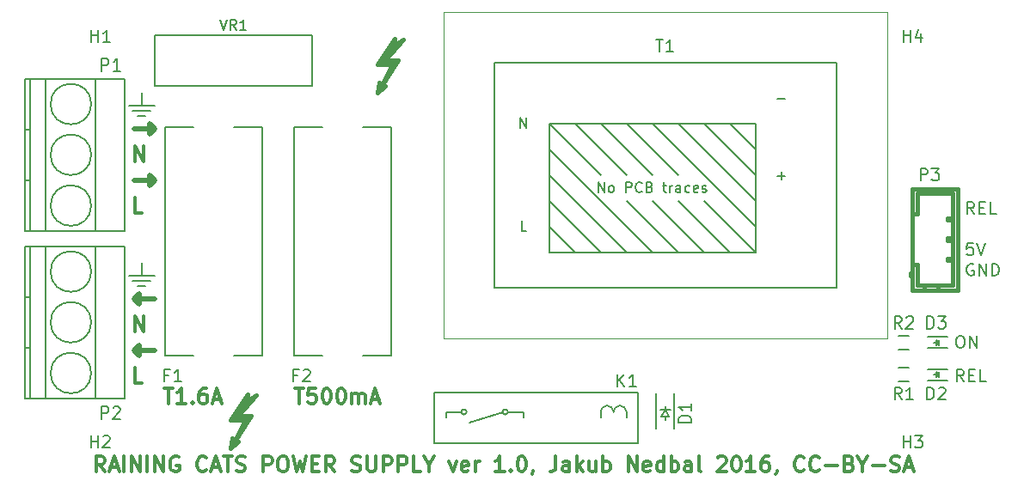
<source format=gto>
G04 #@! TF.FileFunction,Legend,Top*
%FSLAX46Y46*%
G04 Gerber Fmt 4.6, Leading zero omitted, Abs format (unit mm)*
G04 Created by KiCad (PCBNEW (2015-12-10 BZR 6367)-product) date Sun 25 Sep 2016 00:52:49 BST*
%MOMM*%
G01*
G04 APERTURE LIST*
%ADD10C,0.100000*%
%ADD11C,0.300000*%
%ADD12C,0.200000*%
%ADD13C,0.500000*%
%ADD14C,0.381000*%
%ADD15C,0.150000*%
%ADD16C,0.110000*%
G04 APERTURE END LIST*
D10*
D11*
X50213573Y-87673571D02*
X49713573Y-86959286D01*
X49356430Y-87673571D02*
X49356430Y-86173571D01*
X49927858Y-86173571D01*
X50070716Y-86245000D01*
X50142144Y-86316429D01*
X50213573Y-86459286D01*
X50213573Y-86673571D01*
X50142144Y-86816429D01*
X50070716Y-86887857D01*
X49927858Y-86959286D01*
X49356430Y-86959286D01*
X50785001Y-87245000D02*
X51499287Y-87245000D01*
X50642144Y-87673571D02*
X51142144Y-86173571D01*
X51642144Y-87673571D01*
X52142144Y-87673571D02*
X52142144Y-86173571D01*
X52856430Y-87673571D02*
X52856430Y-86173571D01*
X53713573Y-87673571D01*
X53713573Y-86173571D01*
X54427859Y-87673571D02*
X54427859Y-86173571D01*
X55142145Y-87673571D02*
X55142145Y-86173571D01*
X55999288Y-87673571D01*
X55999288Y-86173571D01*
X57499288Y-86245000D02*
X57356431Y-86173571D01*
X57142145Y-86173571D01*
X56927860Y-86245000D01*
X56785002Y-86387857D01*
X56713574Y-86530714D01*
X56642145Y-86816429D01*
X56642145Y-87030714D01*
X56713574Y-87316429D01*
X56785002Y-87459286D01*
X56927860Y-87602143D01*
X57142145Y-87673571D01*
X57285002Y-87673571D01*
X57499288Y-87602143D01*
X57570717Y-87530714D01*
X57570717Y-87030714D01*
X57285002Y-87030714D01*
X60213574Y-87530714D02*
X60142145Y-87602143D01*
X59927859Y-87673571D01*
X59785002Y-87673571D01*
X59570717Y-87602143D01*
X59427859Y-87459286D01*
X59356431Y-87316429D01*
X59285002Y-87030714D01*
X59285002Y-86816429D01*
X59356431Y-86530714D01*
X59427859Y-86387857D01*
X59570717Y-86245000D01*
X59785002Y-86173571D01*
X59927859Y-86173571D01*
X60142145Y-86245000D01*
X60213574Y-86316429D01*
X60785002Y-87245000D02*
X61499288Y-87245000D01*
X60642145Y-87673571D02*
X61142145Y-86173571D01*
X61642145Y-87673571D01*
X61927859Y-86173571D02*
X62785002Y-86173571D01*
X62356431Y-87673571D02*
X62356431Y-86173571D01*
X63213573Y-87602143D02*
X63427859Y-87673571D01*
X63785002Y-87673571D01*
X63927859Y-87602143D01*
X63999288Y-87530714D01*
X64070716Y-87387857D01*
X64070716Y-87245000D01*
X63999288Y-87102143D01*
X63927859Y-87030714D01*
X63785002Y-86959286D01*
X63499288Y-86887857D01*
X63356430Y-86816429D01*
X63285002Y-86745000D01*
X63213573Y-86602143D01*
X63213573Y-86459286D01*
X63285002Y-86316429D01*
X63356430Y-86245000D01*
X63499288Y-86173571D01*
X63856430Y-86173571D01*
X64070716Y-86245000D01*
X65856430Y-87673571D02*
X65856430Y-86173571D01*
X66427858Y-86173571D01*
X66570716Y-86245000D01*
X66642144Y-86316429D01*
X66713573Y-86459286D01*
X66713573Y-86673571D01*
X66642144Y-86816429D01*
X66570716Y-86887857D01*
X66427858Y-86959286D01*
X65856430Y-86959286D01*
X67642144Y-86173571D02*
X67927858Y-86173571D01*
X68070716Y-86245000D01*
X68213573Y-86387857D01*
X68285001Y-86673571D01*
X68285001Y-87173571D01*
X68213573Y-87459286D01*
X68070716Y-87602143D01*
X67927858Y-87673571D01*
X67642144Y-87673571D01*
X67499287Y-87602143D01*
X67356430Y-87459286D01*
X67285001Y-87173571D01*
X67285001Y-86673571D01*
X67356430Y-86387857D01*
X67499287Y-86245000D01*
X67642144Y-86173571D01*
X68785002Y-86173571D02*
X69142145Y-87673571D01*
X69427859Y-86602143D01*
X69713573Y-87673571D01*
X70070716Y-86173571D01*
X70642145Y-86887857D02*
X71142145Y-86887857D01*
X71356431Y-87673571D02*
X70642145Y-87673571D01*
X70642145Y-86173571D01*
X71356431Y-86173571D01*
X72856431Y-87673571D02*
X72356431Y-86959286D01*
X71999288Y-87673571D02*
X71999288Y-86173571D01*
X72570716Y-86173571D01*
X72713574Y-86245000D01*
X72785002Y-86316429D01*
X72856431Y-86459286D01*
X72856431Y-86673571D01*
X72785002Y-86816429D01*
X72713574Y-86887857D01*
X72570716Y-86959286D01*
X71999288Y-86959286D01*
X74570716Y-87602143D02*
X74785002Y-87673571D01*
X75142145Y-87673571D01*
X75285002Y-87602143D01*
X75356431Y-87530714D01*
X75427859Y-87387857D01*
X75427859Y-87245000D01*
X75356431Y-87102143D01*
X75285002Y-87030714D01*
X75142145Y-86959286D01*
X74856431Y-86887857D01*
X74713573Y-86816429D01*
X74642145Y-86745000D01*
X74570716Y-86602143D01*
X74570716Y-86459286D01*
X74642145Y-86316429D01*
X74713573Y-86245000D01*
X74856431Y-86173571D01*
X75213573Y-86173571D01*
X75427859Y-86245000D01*
X76070716Y-86173571D02*
X76070716Y-87387857D01*
X76142144Y-87530714D01*
X76213573Y-87602143D01*
X76356430Y-87673571D01*
X76642144Y-87673571D01*
X76785002Y-87602143D01*
X76856430Y-87530714D01*
X76927859Y-87387857D01*
X76927859Y-86173571D01*
X77642145Y-87673571D02*
X77642145Y-86173571D01*
X78213573Y-86173571D01*
X78356431Y-86245000D01*
X78427859Y-86316429D01*
X78499288Y-86459286D01*
X78499288Y-86673571D01*
X78427859Y-86816429D01*
X78356431Y-86887857D01*
X78213573Y-86959286D01*
X77642145Y-86959286D01*
X79142145Y-87673571D02*
X79142145Y-86173571D01*
X79713573Y-86173571D01*
X79856431Y-86245000D01*
X79927859Y-86316429D01*
X79999288Y-86459286D01*
X79999288Y-86673571D01*
X79927859Y-86816429D01*
X79856431Y-86887857D01*
X79713573Y-86959286D01*
X79142145Y-86959286D01*
X81356431Y-87673571D02*
X80642145Y-87673571D01*
X80642145Y-86173571D01*
X82142145Y-86959286D02*
X82142145Y-87673571D01*
X81642145Y-86173571D02*
X82142145Y-86959286D01*
X82642145Y-86173571D01*
X84142145Y-86673571D02*
X84499288Y-87673571D01*
X84856430Y-86673571D01*
X85999287Y-87602143D02*
X85856430Y-87673571D01*
X85570716Y-87673571D01*
X85427859Y-87602143D01*
X85356430Y-87459286D01*
X85356430Y-86887857D01*
X85427859Y-86745000D01*
X85570716Y-86673571D01*
X85856430Y-86673571D01*
X85999287Y-86745000D01*
X86070716Y-86887857D01*
X86070716Y-87030714D01*
X85356430Y-87173571D01*
X86713573Y-87673571D02*
X86713573Y-86673571D01*
X86713573Y-86959286D02*
X86785001Y-86816429D01*
X86856430Y-86745000D01*
X86999287Y-86673571D01*
X87142144Y-86673571D01*
X89570715Y-87673571D02*
X88713572Y-87673571D01*
X89142144Y-87673571D02*
X89142144Y-86173571D01*
X88999287Y-86387857D01*
X88856429Y-86530714D01*
X88713572Y-86602143D01*
X90213572Y-87530714D02*
X90285000Y-87602143D01*
X90213572Y-87673571D01*
X90142143Y-87602143D01*
X90213572Y-87530714D01*
X90213572Y-87673571D01*
X91213572Y-86173571D02*
X91356429Y-86173571D01*
X91499286Y-86245000D01*
X91570715Y-86316429D01*
X91642144Y-86459286D01*
X91713572Y-86745000D01*
X91713572Y-87102143D01*
X91642144Y-87387857D01*
X91570715Y-87530714D01*
X91499286Y-87602143D01*
X91356429Y-87673571D01*
X91213572Y-87673571D01*
X91070715Y-87602143D01*
X90999286Y-87530714D01*
X90927858Y-87387857D01*
X90856429Y-87102143D01*
X90856429Y-86745000D01*
X90927858Y-86459286D01*
X90999286Y-86316429D01*
X91070715Y-86245000D01*
X91213572Y-86173571D01*
X92427857Y-87602143D02*
X92427857Y-87673571D01*
X92356429Y-87816429D01*
X92285000Y-87887857D01*
X94642143Y-86173571D02*
X94642143Y-87245000D01*
X94570715Y-87459286D01*
X94427858Y-87602143D01*
X94213572Y-87673571D01*
X94070715Y-87673571D01*
X95999286Y-87673571D02*
X95999286Y-86887857D01*
X95927857Y-86745000D01*
X95785000Y-86673571D01*
X95499286Y-86673571D01*
X95356429Y-86745000D01*
X95999286Y-87602143D02*
X95856429Y-87673571D01*
X95499286Y-87673571D01*
X95356429Y-87602143D01*
X95285000Y-87459286D01*
X95285000Y-87316429D01*
X95356429Y-87173571D01*
X95499286Y-87102143D01*
X95856429Y-87102143D01*
X95999286Y-87030714D01*
X96713572Y-87673571D02*
X96713572Y-86173571D01*
X96856429Y-87102143D02*
X97285000Y-87673571D01*
X97285000Y-86673571D02*
X96713572Y-87245000D01*
X98570715Y-86673571D02*
X98570715Y-87673571D01*
X97927858Y-86673571D02*
X97927858Y-87459286D01*
X97999286Y-87602143D01*
X98142144Y-87673571D01*
X98356429Y-87673571D01*
X98499286Y-87602143D01*
X98570715Y-87530714D01*
X99285001Y-87673571D02*
X99285001Y-86173571D01*
X99285001Y-86745000D02*
X99427858Y-86673571D01*
X99713572Y-86673571D01*
X99856429Y-86745000D01*
X99927858Y-86816429D01*
X99999287Y-86959286D01*
X99999287Y-87387857D01*
X99927858Y-87530714D01*
X99856429Y-87602143D01*
X99713572Y-87673571D01*
X99427858Y-87673571D01*
X99285001Y-87602143D01*
X101785001Y-87673571D02*
X101785001Y-86173571D01*
X102642144Y-87673571D01*
X102642144Y-86173571D01*
X103927858Y-87602143D02*
X103785001Y-87673571D01*
X103499287Y-87673571D01*
X103356430Y-87602143D01*
X103285001Y-87459286D01*
X103285001Y-86887857D01*
X103356430Y-86745000D01*
X103499287Y-86673571D01*
X103785001Y-86673571D01*
X103927858Y-86745000D01*
X103999287Y-86887857D01*
X103999287Y-87030714D01*
X103285001Y-87173571D01*
X105285001Y-87673571D02*
X105285001Y-86173571D01*
X105285001Y-87602143D02*
X105142144Y-87673571D01*
X104856430Y-87673571D01*
X104713572Y-87602143D01*
X104642144Y-87530714D01*
X104570715Y-87387857D01*
X104570715Y-86959286D01*
X104642144Y-86816429D01*
X104713572Y-86745000D01*
X104856430Y-86673571D01*
X105142144Y-86673571D01*
X105285001Y-86745000D01*
X105999287Y-87673571D02*
X105999287Y-86173571D01*
X105999287Y-86745000D02*
X106142144Y-86673571D01*
X106427858Y-86673571D01*
X106570715Y-86745000D01*
X106642144Y-86816429D01*
X106713573Y-86959286D01*
X106713573Y-87387857D01*
X106642144Y-87530714D01*
X106570715Y-87602143D01*
X106427858Y-87673571D01*
X106142144Y-87673571D01*
X105999287Y-87602143D01*
X107999287Y-87673571D02*
X107999287Y-86887857D01*
X107927858Y-86745000D01*
X107785001Y-86673571D01*
X107499287Y-86673571D01*
X107356430Y-86745000D01*
X107999287Y-87602143D02*
X107856430Y-87673571D01*
X107499287Y-87673571D01*
X107356430Y-87602143D01*
X107285001Y-87459286D01*
X107285001Y-87316429D01*
X107356430Y-87173571D01*
X107499287Y-87102143D01*
X107856430Y-87102143D01*
X107999287Y-87030714D01*
X108927859Y-87673571D02*
X108785001Y-87602143D01*
X108713573Y-87459286D01*
X108713573Y-86173571D01*
X110570715Y-86316429D02*
X110642144Y-86245000D01*
X110785001Y-86173571D01*
X111142144Y-86173571D01*
X111285001Y-86245000D01*
X111356430Y-86316429D01*
X111427858Y-86459286D01*
X111427858Y-86602143D01*
X111356430Y-86816429D01*
X110499287Y-87673571D01*
X111427858Y-87673571D01*
X112356429Y-86173571D02*
X112499286Y-86173571D01*
X112642143Y-86245000D01*
X112713572Y-86316429D01*
X112785001Y-86459286D01*
X112856429Y-86745000D01*
X112856429Y-87102143D01*
X112785001Y-87387857D01*
X112713572Y-87530714D01*
X112642143Y-87602143D01*
X112499286Y-87673571D01*
X112356429Y-87673571D01*
X112213572Y-87602143D01*
X112142143Y-87530714D01*
X112070715Y-87387857D01*
X111999286Y-87102143D01*
X111999286Y-86745000D01*
X112070715Y-86459286D01*
X112142143Y-86316429D01*
X112213572Y-86245000D01*
X112356429Y-86173571D01*
X114285000Y-87673571D02*
X113427857Y-87673571D01*
X113856429Y-87673571D02*
X113856429Y-86173571D01*
X113713572Y-86387857D01*
X113570714Y-86530714D01*
X113427857Y-86602143D01*
X115570714Y-86173571D02*
X115285000Y-86173571D01*
X115142143Y-86245000D01*
X115070714Y-86316429D01*
X114927857Y-86530714D01*
X114856428Y-86816429D01*
X114856428Y-87387857D01*
X114927857Y-87530714D01*
X114999285Y-87602143D01*
X115142143Y-87673571D01*
X115427857Y-87673571D01*
X115570714Y-87602143D01*
X115642143Y-87530714D01*
X115713571Y-87387857D01*
X115713571Y-87030714D01*
X115642143Y-86887857D01*
X115570714Y-86816429D01*
X115427857Y-86745000D01*
X115142143Y-86745000D01*
X114999285Y-86816429D01*
X114927857Y-86887857D01*
X114856428Y-87030714D01*
X116427856Y-87602143D02*
X116427856Y-87673571D01*
X116356428Y-87816429D01*
X116284999Y-87887857D01*
X119070714Y-87530714D02*
X118999285Y-87602143D01*
X118784999Y-87673571D01*
X118642142Y-87673571D01*
X118427857Y-87602143D01*
X118284999Y-87459286D01*
X118213571Y-87316429D01*
X118142142Y-87030714D01*
X118142142Y-86816429D01*
X118213571Y-86530714D01*
X118284999Y-86387857D01*
X118427857Y-86245000D01*
X118642142Y-86173571D01*
X118784999Y-86173571D01*
X118999285Y-86245000D01*
X119070714Y-86316429D01*
X120570714Y-87530714D02*
X120499285Y-87602143D01*
X120284999Y-87673571D01*
X120142142Y-87673571D01*
X119927857Y-87602143D01*
X119784999Y-87459286D01*
X119713571Y-87316429D01*
X119642142Y-87030714D01*
X119642142Y-86816429D01*
X119713571Y-86530714D01*
X119784999Y-86387857D01*
X119927857Y-86245000D01*
X120142142Y-86173571D01*
X120284999Y-86173571D01*
X120499285Y-86245000D01*
X120570714Y-86316429D01*
X121213571Y-87102143D02*
X122356428Y-87102143D01*
X123570714Y-86887857D02*
X123785000Y-86959286D01*
X123856428Y-87030714D01*
X123927857Y-87173571D01*
X123927857Y-87387857D01*
X123856428Y-87530714D01*
X123785000Y-87602143D01*
X123642142Y-87673571D01*
X123070714Y-87673571D01*
X123070714Y-86173571D01*
X123570714Y-86173571D01*
X123713571Y-86245000D01*
X123785000Y-86316429D01*
X123856428Y-86459286D01*
X123856428Y-86602143D01*
X123785000Y-86745000D01*
X123713571Y-86816429D01*
X123570714Y-86887857D01*
X123070714Y-86887857D01*
X124856428Y-86959286D02*
X124856428Y-87673571D01*
X124356428Y-86173571D02*
X124856428Y-86959286D01*
X125356428Y-86173571D01*
X125856428Y-87102143D02*
X126999285Y-87102143D01*
X127642142Y-87602143D02*
X127856428Y-87673571D01*
X128213571Y-87673571D01*
X128356428Y-87602143D01*
X128427857Y-87530714D01*
X128499285Y-87387857D01*
X128499285Y-87245000D01*
X128427857Y-87102143D01*
X128356428Y-87030714D01*
X128213571Y-86959286D01*
X127927857Y-86887857D01*
X127784999Y-86816429D01*
X127713571Y-86745000D01*
X127642142Y-86602143D01*
X127642142Y-86459286D01*
X127713571Y-86316429D01*
X127784999Y-86245000D01*
X127927857Y-86173571D01*
X128284999Y-86173571D01*
X128499285Y-86245000D01*
X129070713Y-87245000D02*
X129784999Y-87245000D01*
X128927856Y-87673571D02*
X129427856Y-86173571D01*
X129927856Y-87673571D01*
X56070858Y-79442571D02*
X56928001Y-79442571D01*
X56499430Y-80942571D02*
X56499430Y-79442571D01*
X58213715Y-80942571D02*
X57356572Y-80942571D01*
X57785144Y-80942571D02*
X57785144Y-79442571D01*
X57642287Y-79656857D01*
X57499429Y-79799714D01*
X57356572Y-79871143D01*
X58856572Y-80799714D02*
X58928000Y-80871143D01*
X58856572Y-80942571D01*
X58785143Y-80871143D01*
X58856572Y-80799714D01*
X58856572Y-80942571D01*
X60213715Y-79442571D02*
X59928001Y-79442571D01*
X59785144Y-79514000D01*
X59713715Y-79585429D01*
X59570858Y-79799714D01*
X59499429Y-80085429D01*
X59499429Y-80656857D01*
X59570858Y-80799714D01*
X59642286Y-80871143D01*
X59785144Y-80942571D01*
X60070858Y-80942571D01*
X60213715Y-80871143D01*
X60285144Y-80799714D01*
X60356572Y-80656857D01*
X60356572Y-80299714D01*
X60285144Y-80156857D01*
X60213715Y-80085429D01*
X60070858Y-80014000D01*
X59785144Y-80014000D01*
X59642286Y-80085429D01*
X59570858Y-80156857D01*
X59499429Y-80299714D01*
X60928000Y-80514000D02*
X61642286Y-80514000D01*
X60785143Y-80942571D02*
X61285143Y-79442571D01*
X61785143Y-80942571D01*
X68937715Y-79442571D02*
X69794858Y-79442571D01*
X69366287Y-80942571D02*
X69366287Y-79442571D01*
X71009144Y-79442571D02*
X70294858Y-79442571D01*
X70223429Y-80156857D01*
X70294858Y-80085429D01*
X70437715Y-80014000D01*
X70794858Y-80014000D01*
X70937715Y-80085429D01*
X71009144Y-80156857D01*
X71080572Y-80299714D01*
X71080572Y-80656857D01*
X71009144Y-80799714D01*
X70937715Y-80871143D01*
X70794858Y-80942571D01*
X70437715Y-80942571D01*
X70294858Y-80871143D01*
X70223429Y-80799714D01*
X72009143Y-79442571D02*
X72152000Y-79442571D01*
X72294857Y-79514000D01*
X72366286Y-79585429D01*
X72437715Y-79728286D01*
X72509143Y-80014000D01*
X72509143Y-80371143D01*
X72437715Y-80656857D01*
X72366286Y-80799714D01*
X72294857Y-80871143D01*
X72152000Y-80942571D01*
X72009143Y-80942571D01*
X71866286Y-80871143D01*
X71794857Y-80799714D01*
X71723429Y-80656857D01*
X71652000Y-80371143D01*
X71652000Y-80014000D01*
X71723429Y-79728286D01*
X71794857Y-79585429D01*
X71866286Y-79514000D01*
X72009143Y-79442571D01*
X73437714Y-79442571D02*
X73580571Y-79442571D01*
X73723428Y-79514000D01*
X73794857Y-79585429D01*
X73866286Y-79728286D01*
X73937714Y-80014000D01*
X73937714Y-80371143D01*
X73866286Y-80656857D01*
X73794857Y-80799714D01*
X73723428Y-80871143D01*
X73580571Y-80942571D01*
X73437714Y-80942571D01*
X73294857Y-80871143D01*
X73223428Y-80799714D01*
X73152000Y-80656857D01*
X73080571Y-80371143D01*
X73080571Y-80014000D01*
X73152000Y-79728286D01*
X73223428Y-79585429D01*
X73294857Y-79514000D01*
X73437714Y-79442571D01*
X74580571Y-80942571D02*
X74580571Y-79942571D01*
X74580571Y-80085429D02*
X74651999Y-80014000D01*
X74794857Y-79942571D01*
X75009142Y-79942571D01*
X75151999Y-80014000D01*
X75223428Y-80156857D01*
X75223428Y-80942571D01*
X75223428Y-80156857D02*
X75294857Y-80014000D01*
X75437714Y-79942571D01*
X75651999Y-79942571D01*
X75794857Y-80014000D01*
X75866285Y-80156857D01*
X75866285Y-80942571D01*
X76509142Y-80514000D02*
X77223428Y-80514000D01*
X76366285Y-80942571D02*
X76866285Y-79442571D01*
X77366285Y-80942571D01*
D12*
X134829429Y-78774857D02*
X134429429Y-78203429D01*
X134143714Y-78774857D02*
X134143714Y-77574857D01*
X134600857Y-77574857D01*
X134715143Y-77632000D01*
X134772286Y-77689143D01*
X134829429Y-77803429D01*
X134829429Y-77974857D01*
X134772286Y-78089143D01*
X134715143Y-78146286D01*
X134600857Y-78203429D01*
X134143714Y-78203429D01*
X135343714Y-78146286D02*
X135743714Y-78146286D01*
X135915143Y-78774857D02*
X135343714Y-78774857D01*
X135343714Y-77574857D01*
X135915143Y-77574857D01*
X137000857Y-78774857D02*
X136429428Y-78774857D01*
X136429428Y-77574857D01*
X134372286Y-74272857D02*
X134600857Y-74272857D01*
X134715143Y-74330000D01*
X134829429Y-74444286D01*
X134886571Y-74672857D01*
X134886571Y-75072857D01*
X134829429Y-75301429D01*
X134715143Y-75415714D01*
X134600857Y-75472857D01*
X134372286Y-75472857D01*
X134258000Y-75415714D01*
X134143714Y-75301429D01*
X134086571Y-75072857D01*
X134086571Y-74672857D01*
X134143714Y-74444286D01*
X134258000Y-74330000D01*
X134372286Y-74272857D01*
X135400857Y-75472857D02*
X135400857Y-74272857D01*
X136086572Y-75472857D01*
X136086572Y-74272857D01*
X135788286Y-67218000D02*
X135674000Y-67160857D01*
X135502571Y-67160857D01*
X135331143Y-67218000D01*
X135216857Y-67332286D01*
X135159714Y-67446571D01*
X135102571Y-67675143D01*
X135102571Y-67846571D01*
X135159714Y-68075143D01*
X135216857Y-68189429D01*
X135331143Y-68303714D01*
X135502571Y-68360857D01*
X135616857Y-68360857D01*
X135788286Y-68303714D01*
X135845429Y-68246571D01*
X135845429Y-67846571D01*
X135616857Y-67846571D01*
X136359714Y-68360857D02*
X136359714Y-67160857D01*
X137045429Y-68360857D01*
X137045429Y-67160857D01*
X137616857Y-68360857D02*
X137616857Y-67160857D01*
X137902572Y-67160857D01*
X138074000Y-67218000D01*
X138188286Y-67332286D01*
X138245429Y-67446571D01*
X138302572Y-67675143D01*
X138302572Y-67846571D01*
X138245429Y-68075143D01*
X138188286Y-68189429D01*
X138074000Y-68303714D01*
X137902572Y-68360857D01*
X137616857Y-68360857D01*
X135731143Y-65128857D02*
X135159714Y-65128857D01*
X135102571Y-65700286D01*
X135159714Y-65643143D01*
X135274000Y-65586000D01*
X135559714Y-65586000D01*
X135674000Y-65643143D01*
X135731143Y-65700286D01*
X135788286Y-65814571D01*
X135788286Y-66100286D01*
X135731143Y-66214571D01*
X135674000Y-66271714D01*
X135559714Y-66328857D01*
X135274000Y-66328857D01*
X135159714Y-66271714D01*
X135102571Y-66214571D01*
X136131143Y-65128857D02*
X136531143Y-66328857D01*
X136931143Y-65128857D01*
X135845429Y-62264857D02*
X135445429Y-61693429D01*
X135159714Y-62264857D02*
X135159714Y-61064857D01*
X135616857Y-61064857D01*
X135731143Y-61122000D01*
X135788286Y-61179143D01*
X135845429Y-61293429D01*
X135845429Y-61464857D01*
X135788286Y-61579143D01*
X135731143Y-61636286D01*
X135616857Y-61693429D01*
X135159714Y-61693429D01*
X136359714Y-61636286D02*
X136759714Y-61636286D01*
X136931143Y-62264857D02*
X136359714Y-62264857D01*
X136359714Y-61064857D01*
X136931143Y-61064857D01*
X138016857Y-62264857D02*
X137445428Y-62264857D01*
X137445428Y-61064857D01*
D13*
X55118000Y-70612000D02*
X53086000Y-70612000D01*
X53086000Y-70612000D02*
X53594000Y-71120000D01*
X53594000Y-71120000D02*
X53594000Y-70104000D01*
X53594000Y-70104000D02*
X53086000Y-70612000D01*
X53594000Y-75184000D02*
X53086000Y-75692000D01*
X53594000Y-76200000D02*
X53594000Y-75184000D01*
X53086000Y-75692000D02*
X53594000Y-76200000D01*
X55118000Y-75692000D02*
X53086000Y-75692000D01*
X53086000Y-53848000D02*
X55118000Y-53848000D01*
X55118000Y-53848000D02*
X54610000Y-53340000D01*
X54610000Y-53340000D02*
X54610000Y-54356000D01*
X54610000Y-54356000D02*
X55118000Y-53848000D01*
X54610000Y-59436000D02*
X55118000Y-58928000D01*
X54610000Y-58420000D02*
X54610000Y-59436000D01*
X55118000Y-58928000D02*
X54610000Y-58420000D01*
X53086000Y-58928000D02*
X55118000Y-58928000D01*
D11*
X53903429Y-78910571D02*
X53189143Y-78910571D01*
X53189143Y-77410571D01*
X53189143Y-73830571D02*
X53189143Y-72330571D01*
X54046286Y-73830571D01*
X54046286Y-72330571D01*
X53189143Y-57066571D02*
X53189143Y-55566571D01*
X54046286Y-57066571D01*
X54046286Y-55566571D01*
X53903429Y-62146571D02*
X53189143Y-62146571D01*
X53189143Y-60646571D01*
D12*
X53848000Y-67056000D02*
X53848000Y-68326000D01*
X52578000Y-68326000D02*
X55118000Y-68326000D01*
X52959000Y-68834000D02*
X54737000Y-68834000D01*
X53467000Y-69342000D02*
X54229000Y-69342000D01*
X53467000Y-52578000D02*
X54229000Y-52578000D01*
X52959000Y-52070000D02*
X54737000Y-52070000D01*
X52578000Y-51562000D02*
X55118000Y-51562000D01*
X53848000Y-50292000D02*
X53848000Y-51562000D01*
D14*
X62611000Y-82550000D02*
X64262000Y-80073500D01*
X64262000Y-80073500D02*
X64389000Y-80518000D01*
X64389000Y-80518000D02*
X62992000Y-82296000D01*
X62992000Y-82296000D02*
X64135000Y-82423000D01*
X65151000Y-80137000D02*
X63373000Y-82169000D01*
X63373000Y-82169000D02*
X64643000Y-82169000D01*
X65151000Y-80137000D02*
X64389000Y-80645000D01*
X62611000Y-82550000D02*
X64008000Y-82550000D01*
X64008000Y-82550000D02*
X62738000Y-85090000D01*
X62865000Y-84963000D02*
X64643000Y-82169000D01*
X62738000Y-84328000D02*
X62611000Y-85344000D01*
X62611000Y-85344000D02*
X63373000Y-84709000D01*
X77089000Y-47498000D02*
X78740000Y-45021500D01*
X78740000Y-45021500D02*
X78867000Y-45466000D01*
X78867000Y-45466000D02*
X77470000Y-47244000D01*
X77470000Y-47244000D02*
X78613000Y-47371000D01*
X79629000Y-45085000D02*
X77851000Y-47117000D01*
X77851000Y-47117000D02*
X79121000Y-47117000D01*
X79629000Y-45085000D02*
X78867000Y-45593000D01*
X77089000Y-47498000D02*
X78486000Y-47498000D01*
X78486000Y-47498000D02*
X77216000Y-50038000D01*
X77343000Y-49911000D02*
X79121000Y-47117000D01*
X77216000Y-49276000D02*
X77089000Y-50292000D01*
X77089000Y-50292000D02*
X77851000Y-49657000D01*
D15*
X105410000Y-82232500D02*
X105410000Y-82613500D01*
X105410000Y-81216500D02*
X105410000Y-81597500D01*
X105410000Y-81597500D02*
X105791000Y-82232500D01*
X105791000Y-82232500D02*
X105029000Y-82232500D01*
X105029000Y-82232500D02*
X105410000Y-81597500D01*
X105918000Y-81597500D02*
X104902000Y-81597500D01*
X104510000Y-79915000D02*
X104510000Y-83455000D01*
X106310000Y-79915000D02*
X106310000Y-83455000D01*
X133180000Y-77555000D02*
X131280000Y-77555000D01*
X133180000Y-78655000D02*
X131280000Y-78655000D01*
X132280000Y-78105000D02*
X131830000Y-78105000D01*
X132330000Y-78355000D02*
X132330000Y-77855000D01*
X132330000Y-78105000D02*
X132080000Y-78355000D01*
X132080000Y-78355000D02*
X132080000Y-77855000D01*
X132080000Y-77855000D02*
X132330000Y-78105000D01*
X133180000Y-74380000D02*
X131280000Y-74380000D01*
X133180000Y-75480000D02*
X131280000Y-75480000D01*
X132280000Y-74930000D02*
X131830000Y-74930000D01*
X132330000Y-75180000D02*
X132330000Y-74680000D01*
X132330000Y-74930000D02*
X132080000Y-75180000D01*
X132080000Y-75180000D02*
X132080000Y-74680000D01*
X132080000Y-74680000D02*
X132330000Y-74930000D01*
X65760000Y-53700000D02*
X62960000Y-53700000D01*
X58960000Y-53700000D02*
X56160000Y-53700000D01*
X58960000Y-76200000D02*
X56160000Y-76200000D01*
X56160000Y-76200000D02*
X56160000Y-53700000D01*
X65760000Y-76200000D02*
X65760000Y-53700000D01*
X65760000Y-76200000D02*
X62960000Y-76200000D01*
X78460000Y-53700000D02*
X75660000Y-53700000D01*
X71660000Y-53700000D02*
X68860000Y-53700000D01*
X71660000Y-76200000D02*
X68860000Y-76200000D01*
X68860000Y-76200000D02*
X68860000Y-53700000D01*
X78460000Y-76200000D02*
X78460000Y-53700000D01*
X78460000Y-76200000D02*
X75660000Y-76200000D01*
X101600000Y-82296000D02*
X101600000Y-81788000D01*
X99060000Y-82296000D02*
X99060000Y-81788000D01*
X89916000Y-81788000D02*
X91440000Y-81788000D01*
X83820000Y-81788000D02*
X85344000Y-81788000D01*
X89408000Y-81788000D02*
X86106000Y-82804000D01*
X91440000Y-82296000D02*
X91440000Y-81788000D01*
X83820000Y-81788000D02*
X83820000Y-82296000D01*
X85852000Y-81788000D02*
G75*
G03X85852000Y-81788000I-254000J0D01*
G01*
X89916000Y-81788000D02*
G75*
G03X89916000Y-81788000I-254000J0D01*
G01*
X99695000Y-81153000D02*
G75*
G03X99060000Y-81788000I0J-635000D01*
G01*
X100330000Y-81788000D02*
G75*
G03X99695000Y-81153000I-635000J0D01*
G01*
X100965000Y-81153000D02*
G75*
G03X100330000Y-81788000I0J-635000D01*
G01*
X101600000Y-81788000D02*
G75*
G03X100965000Y-81153000I-635000J0D01*
G01*
X82710000Y-79870000D02*
X102710000Y-79870000D01*
X102710000Y-79870000D02*
X102710000Y-84870000D01*
X82710000Y-84870000D02*
X82710000Y-79870000D01*
X102710000Y-84870000D02*
X82710000Y-84870000D01*
X48890000Y-61435000D02*
G75*
G03X48890000Y-61435000I-2000000J0D01*
G01*
X42890000Y-58935000D02*
X42390000Y-58935000D01*
X42890000Y-53935000D02*
X42390000Y-53935000D01*
X48890000Y-56435000D02*
G75*
G03X48890000Y-56435000I-2000000J0D01*
G01*
X48890000Y-51435000D02*
G75*
G03X48890000Y-51435000I-2000000J0D01*
G01*
X44390000Y-48935000D02*
X44390000Y-63935000D01*
X49290000Y-48935000D02*
X49290000Y-63935000D01*
X42890000Y-48935000D02*
X42890000Y-63935000D01*
X42390000Y-48935000D02*
X42390000Y-63935000D01*
X42390000Y-63935000D02*
X52190000Y-63935000D01*
X52190000Y-63935000D02*
X52190000Y-48935000D01*
X52190000Y-48935000D02*
X42390000Y-48935000D01*
X48890000Y-77945000D02*
G75*
G03X48890000Y-77945000I-2000000J0D01*
G01*
X42890000Y-75445000D02*
X42390000Y-75445000D01*
X42890000Y-70445000D02*
X42390000Y-70445000D01*
X48890000Y-72945000D02*
G75*
G03X48890000Y-72945000I-2000000J0D01*
G01*
X48890000Y-67945000D02*
G75*
G03X48890000Y-67945000I-2000000J0D01*
G01*
X44390000Y-65445000D02*
X44390000Y-80445000D01*
X49290000Y-65445000D02*
X49290000Y-80445000D01*
X42890000Y-65445000D02*
X42890000Y-80445000D01*
X42390000Y-65445000D02*
X42390000Y-80445000D01*
X42390000Y-80445000D02*
X52190000Y-80445000D01*
X52190000Y-80445000D02*
X52190000Y-65445000D01*
X52190000Y-65445000D02*
X42390000Y-65445000D01*
D14*
X133245860Y-64670940D02*
X133746240Y-64670940D01*
X133245860Y-64869060D02*
X133245860Y-64670940D01*
X133746240Y-64869060D02*
X133245860Y-64869060D01*
X134244080Y-69771260D02*
X134244080Y-59768740D01*
X133746240Y-60269120D02*
X133746240Y-69270880D01*
X129745740Y-69771260D02*
X129745740Y-59768740D01*
X133245860Y-66672460D02*
X133746240Y-66672460D01*
X133245860Y-66870580D02*
X133245860Y-66672460D01*
X133746240Y-66870580D02*
X133245860Y-66870580D01*
X133746240Y-62870080D02*
X133245860Y-62870080D01*
X133245860Y-62870080D02*
X133245860Y-62671960D01*
X133245860Y-62671960D02*
X133746240Y-62671960D01*
X130944620Y-59768740D02*
X130944620Y-60269120D01*
X132245100Y-60269120D02*
X132245100Y-59768740D01*
X132245100Y-69270880D02*
X132245100Y-69771260D01*
X130944620Y-69270880D02*
X130944620Y-69771260D01*
X129745740Y-67271900D02*
X130246120Y-67271900D01*
X130246120Y-67271900D02*
X130246120Y-69270880D01*
X130246120Y-69270880D02*
X133746240Y-69270880D01*
X133746240Y-60269120D02*
X130246120Y-60269120D01*
X130246120Y-60269120D02*
X130246120Y-62268100D01*
X130246120Y-62268100D02*
X129745740Y-62268100D01*
X129745740Y-69771260D02*
X134244080Y-69771260D01*
X129745740Y-59768740D02*
X134244080Y-59768740D01*
X129745740Y-68072000D02*
X129545080Y-68072000D01*
X129545080Y-68072000D02*
X129545080Y-68371720D01*
X129545080Y-68371720D02*
X129745740Y-68371720D01*
D15*
X129405000Y-78780000D02*
X128405000Y-78780000D01*
X128405000Y-77430000D02*
X129405000Y-77430000D01*
X129405000Y-75605000D02*
X128405000Y-75605000D01*
X128405000Y-74255000D02*
X129405000Y-74255000D01*
X109220000Y-60960000D02*
X114300000Y-66040000D01*
X101600000Y-53340000D02*
X106680000Y-58420000D01*
X106680000Y-60960000D02*
X111760000Y-66040000D01*
X99060000Y-53340000D02*
X104140000Y-58420000D01*
X104140000Y-60960000D02*
X109220000Y-66040000D01*
X96520000Y-53340000D02*
X101600000Y-58420000D01*
X101600000Y-60960000D02*
X106680000Y-66040000D01*
X93980000Y-53340000D02*
X99060000Y-58420000D01*
D16*
X83590000Y-42320000D02*
X127290000Y-42320000D01*
D10*
X127290000Y-42320000D02*
X127290000Y-74520000D01*
X127290000Y-74520000D02*
X83590000Y-74520000D01*
X83590000Y-42320000D02*
X83590000Y-74520000D01*
D15*
X111760000Y-53340000D02*
X114300000Y-55880000D01*
X109220000Y-53340000D02*
X114300000Y-58420000D01*
X106680000Y-53340000D02*
X114300000Y-60960000D01*
X104140000Y-53340000D02*
X114300000Y-63500000D01*
X93980000Y-55880000D02*
X104140000Y-66040000D01*
X93980000Y-58420000D02*
X101600000Y-66040000D01*
X93980000Y-60960000D02*
X99060000Y-66040000D01*
X93980000Y-63500000D02*
X96520000Y-66040000D01*
X93980000Y-53340000D02*
X93980000Y-66040000D01*
X93980000Y-66040000D02*
X114300000Y-66040000D01*
X114300000Y-66040000D02*
X114300000Y-53340000D01*
X114300000Y-53340000D02*
X93980000Y-53340000D01*
X88590000Y-69520000D02*
X122290000Y-69520000D01*
X122290000Y-69520000D02*
X122290000Y-47320000D01*
X88590000Y-47320000D02*
X122290000Y-47320000D01*
X88590000Y-69520000D02*
X88590000Y-47320000D01*
X70675000Y-44660000D02*
X55175000Y-44660000D01*
X70675000Y-49660000D02*
X55175000Y-49660000D01*
X55175000Y-49660000D02*
X55175000Y-44660000D01*
X70675000Y-49660000D02*
X70675000Y-44660000D01*
D12*
X107952857Y-82800714D02*
X106752857Y-82800714D01*
X106752857Y-82514999D01*
X106810000Y-82343571D01*
X106924286Y-82229285D01*
X107038571Y-82172142D01*
X107267143Y-82114999D01*
X107438571Y-82114999D01*
X107667143Y-82172142D01*
X107781429Y-82229285D01*
X107895714Y-82343571D01*
X107952857Y-82514999D01*
X107952857Y-82800714D01*
X107952857Y-80972142D02*
X107952857Y-81657857D01*
X107952857Y-81314999D02*
X106752857Y-81314999D01*
X106924286Y-81429285D01*
X107038571Y-81543571D01*
X107095714Y-81657857D01*
X131194286Y-80552857D02*
X131194286Y-79352857D01*
X131480001Y-79352857D01*
X131651429Y-79410000D01*
X131765715Y-79524286D01*
X131822858Y-79638571D01*
X131880001Y-79867143D01*
X131880001Y-80038571D01*
X131822858Y-80267143D01*
X131765715Y-80381429D01*
X131651429Y-80495714D01*
X131480001Y-80552857D01*
X131194286Y-80552857D01*
X132337143Y-79467143D02*
X132394286Y-79410000D01*
X132508572Y-79352857D01*
X132794286Y-79352857D01*
X132908572Y-79410000D01*
X132965715Y-79467143D01*
X133022858Y-79581429D01*
X133022858Y-79695714D01*
X132965715Y-79867143D01*
X132280001Y-80552857D01*
X133022858Y-80552857D01*
X131194286Y-73567857D02*
X131194286Y-72367857D01*
X131480001Y-72367857D01*
X131651429Y-72425000D01*
X131765715Y-72539286D01*
X131822858Y-72653571D01*
X131880001Y-72882143D01*
X131880001Y-73053571D01*
X131822858Y-73282143D01*
X131765715Y-73396429D01*
X131651429Y-73510714D01*
X131480001Y-73567857D01*
X131194286Y-73567857D01*
X132280001Y-72367857D02*
X133022858Y-72367857D01*
X132622858Y-72825000D01*
X132794286Y-72825000D01*
X132908572Y-72882143D01*
X132965715Y-72939286D01*
X133022858Y-73053571D01*
X133022858Y-73339286D01*
X132965715Y-73453571D01*
X132908572Y-73510714D01*
X132794286Y-73567857D01*
X132451429Y-73567857D01*
X132337143Y-73510714D01*
X132280001Y-73453571D01*
X56496000Y-78146286D02*
X56096000Y-78146286D01*
X56096000Y-78774857D02*
X56096000Y-77574857D01*
X56667429Y-77574857D01*
X57753143Y-78774857D02*
X57067428Y-78774857D01*
X57410286Y-78774857D02*
X57410286Y-77574857D01*
X57296000Y-77746286D01*
X57181714Y-77860571D01*
X57067428Y-77917714D01*
X69196000Y-78146286D02*
X68796000Y-78146286D01*
X68796000Y-78774857D02*
X68796000Y-77574857D01*
X69367429Y-77574857D01*
X69767428Y-77689143D02*
X69824571Y-77632000D01*
X69938857Y-77574857D01*
X70224571Y-77574857D01*
X70338857Y-77632000D01*
X70396000Y-77689143D01*
X70453143Y-77803429D01*
X70453143Y-77917714D01*
X70396000Y-78089143D01*
X69710286Y-78774857D01*
X70453143Y-78774857D01*
X100714286Y-79282857D02*
X100714286Y-78082857D01*
X101400001Y-79282857D02*
X100885715Y-78597143D01*
X101400001Y-78082857D02*
X100714286Y-78768571D01*
X102542858Y-79282857D02*
X101857143Y-79282857D01*
X102200001Y-79282857D02*
X102200001Y-78082857D01*
X102085715Y-78254286D01*
X101971429Y-78368571D01*
X101857143Y-78425714D01*
X49914286Y-48167857D02*
X49914286Y-46967857D01*
X50371429Y-46967857D01*
X50485715Y-47025000D01*
X50542858Y-47082143D01*
X50600001Y-47196429D01*
X50600001Y-47367857D01*
X50542858Y-47482143D01*
X50485715Y-47539286D01*
X50371429Y-47596429D01*
X49914286Y-47596429D01*
X51742858Y-48167857D02*
X51057143Y-48167857D01*
X51400001Y-48167857D02*
X51400001Y-46967857D01*
X51285715Y-47139286D01*
X51171429Y-47253571D01*
X51057143Y-47310714D01*
X49914286Y-82457857D02*
X49914286Y-81257857D01*
X50371429Y-81257857D01*
X50485715Y-81315000D01*
X50542858Y-81372143D01*
X50600001Y-81486429D01*
X50600001Y-81657857D01*
X50542858Y-81772143D01*
X50485715Y-81829286D01*
X50371429Y-81886429D01*
X49914286Y-81886429D01*
X51057143Y-81372143D02*
X51114286Y-81315000D01*
X51228572Y-81257857D01*
X51514286Y-81257857D01*
X51628572Y-81315000D01*
X51685715Y-81372143D01*
X51742858Y-81486429D01*
X51742858Y-81600714D01*
X51685715Y-81772143D01*
X51000001Y-82457857D01*
X51742858Y-82457857D01*
X130559286Y-58962857D02*
X130559286Y-57762857D01*
X131016429Y-57762857D01*
X131130715Y-57820000D01*
X131187858Y-57877143D01*
X131245001Y-57991429D01*
X131245001Y-58162857D01*
X131187858Y-58277143D01*
X131130715Y-58334286D01*
X131016429Y-58391429D01*
X130559286Y-58391429D01*
X131645001Y-57762857D02*
X132387858Y-57762857D01*
X131987858Y-58220000D01*
X132159286Y-58220000D01*
X132273572Y-58277143D01*
X132330715Y-58334286D01*
X132387858Y-58448571D01*
X132387858Y-58734286D01*
X132330715Y-58848571D01*
X132273572Y-58905714D01*
X132159286Y-58962857D01*
X131816429Y-58962857D01*
X131702143Y-58905714D01*
X131645001Y-58848571D01*
X128705001Y-80552857D02*
X128305001Y-79981429D01*
X128019286Y-80552857D02*
X128019286Y-79352857D01*
X128476429Y-79352857D01*
X128590715Y-79410000D01*
X128647858Y-79467143D01*
X128705001Y-79581429D01*
X128705001Y-79752857D01*
X128647858Y-79867143D01*
X128590715Y-79924286D01*
X128476429Y-79981429D01*
X128019286Y-79981429D01*
X129847858Y-80552857D02*
X129162143Y-80552857D01*
X129505001Y-80552857D02*
X129505001Y-79352857D01*
X129390715Y-79524286D01*
X129276429Y-79638571D01*
X129162143Y-79695714D01*
X128705001Y-73567857D02*
X128305001Y-72996429D01*
X128019286Y-73567857D02*
X128019286Y-72367857D01*
X128476429Y-72367857D01*
X128590715Y-72425000D01*
X128647858Y-72482143D01*
X128705001Y-72596429D01*
X128705001Y-72767857D01*
X128647858Y-72882143D01*
X128590715Y-72939286D01*
X128476429Y-72996429D01*
X128019286Y-72996429D01*
X129162143Y-72482143D02*
X129219286Y-72425000D01*
X129333572Y-72367857D01*
X129619286Y-72367857D01*
X129733572Y-72425000D01*
X129790715Y-72482143D01*
X129847858Y-72596429D01*
X129847858Y-72710714D01*
X129790715Y-72882143D01*
X129105001Y-73567857D01*
X129847858Y-73567857D01*
X104525715Y-45062857D02*
X105211429Y-45062857D01*
X104868572Y-46262857D02*
X104868572Y-45062857D01*
X106240001Y-46262857D02*
X105554286Y-46262857D01*
X105897144Y-46262857D02*
X105897144Y-45062857D01*
X105782858Y-45234286D01*
X105668572Y-45348571D01*
X105554286Y-45405714D01*
D15*
X98830475Y-60142381D02*
X98830475Y-59142381D01*
X99401904Y-60142381D01*
X99401904Y-59142381D01*
X100020951Y-60142381D02*
X99925713Y-60094762D01*
X99878094Y-60047143D01*
X99830475Y-59951905D01*
X99830475Y-59666190D01*
X99878094Y-59570952D01*
X99925713Y-59523333D01*
X100020951Y-59475714D01*
X100163809Y-59475714D01*
X100259047Y-59523333D01*
X100306666Y-59570952D01*
X100354285Y-59666190D01*
X100354285Y-59951905D01*
X100306666Y-60047143D01*
X100259047Y-60094762D01*
X100163809Y-60142381D01*
X100020951Y-60142381D01*
X101544761Y-60142381D02*
X101544761Y-59142381D01*
X101925714Y-59142381D01*
X102020952Y-59190000D01*
X102068571Y-59237619D01*
X102116190Y-59332857D01*
X102116190Y-59475714D01*
X102068571Y-59570952D01*
X102020952Y-59618571D01*
X101925714Y-59666190D01*
X101544761Y-59666190D01*
X103116190Y-60047143D02*
X103068571Y-60094762D01*
X102925714Y-60142381D01*
X102830476Y-60142381D01*
X102687618Y-60094762D01*
X102592380Y-59999524D01*
X102544761Y-59904286D01*
X102497142Y-59713810D01*
X102497142Y-59570952D01*
X102544761Y-59380476D01*
X102592380Y-59285238D01*
X102687618Y-59190000D01*
X102830476Y-59142381D01*
X102925714Y-59142381D01*
X103068571Y-59190000D01*
X103116190Y-59237619D01*
X103878095Y-59618571D02*
X104020952Y-59666190D01*
X104068571Y-59713810D01*
X104116190Y-59809048D01*
X104116190Y-59951905D01*
X104068571Y-60047143D01*
X104020952Y-60094762D01*
X103925714Y-60142381D01*
X103544761Y-60142381D01*
X103544761Y-59142381D01*
X103878095Y-59142381D01*
X103973333Y-59190000D01*
X104020952Y-59237619D01*
X104068571Y-59332857D01*
X104068571Y-59428095D01*
X104020952Y-59523333D01*
X103973333Y-59570952D01*
X103878095Y-59618571D01*
X103544761Y-59618571D01*
X105163809Y-59475714D02*
X105544761Y-59475714D01*
X105306666Y-59142381D02*
X105306666Y-59999524D01*
X105354285Y-60094762D01*
X105449523Y-60142381D01*
X105544761Y-60142381D01*
X105878095Y-60142381D02*
X105878095Y-59475714D01*
X105878095Y-59666190D02*
X105925714Y-59570952D01*
X105973333Y-59523333D01*
X106068571Y-59475714D01*
X106163810Y-59475714D01*
X106925715Y-60142381D02*
X106925715Y-59618571D01*
X106878096Y-59523333D01*
X106782858Y-59475714D01*
X106592381Y-59475714D01*
X106497143Y-59523333D01*
X106925715Y-60094762D02*
X106830477Y-60142381D01*
X106592381Y-60142381D01*
X106497143Y-60094762D01*
X106449524Y-59999524D01*
X106449524Y-59904286D01*
X106497143Y-59809048D01*
X106592381Y-59761429D01*
X106830477Y-59761429D01*
X106925715Y-59713810D01*
X107830477Y-60094762D02*
X107735239Y-60142381D01*
X107544762Y-60142381D01*
X107449524Y-60094762D01*
X107401905Y-60047143D01*
X107354286Y-59951905D01*
X107354286Y-59666190D01*
X107401905Y-59570952D01*
X107449524Y-59523333D01*
X107544762Y-59475714D01*
X107735239Y-59475714D01*
X107830477Y-59523333D01*
X108640001Y-60094762D02*
X108544763Y-60142381D01*
X108354286Y-60142381D01*
X108259048Y-60094762D01*
X108211429Y-59999524D01*
X108211429Y-59618571D01*
X108259048Y-59523333D01*
X108354286Y-59475714D01*
X108544763Y-59475714D01*
X108640001Y-59523333D01*
X108687620Y-59618571D01*
X108687620Y-59713810D01*
X108211429Y-59809048D01*
X109068572Y-60094762D02*
X109163810Y-60142381D01*
X109354286Y-60142381D01*
X109449525Y-60094762D01*
X109497144Y-59999524D01*
X109497144Y-59951905D01*
X109449525Y-59856667D01*
X109354286Y-59809048D01*
X109211429Y-59809048D01*
X109116191Y-59761429D01*
X109068572Y-59666190D01*
X109068572Y-59618571D01*
X109116191Y-59523333D01*
X109211429Y-59475714D01*
X109354286Y-59475714D01*
X109449525Y-59523333D01*
X116459048Y-58491429D02*
X117220953Y-58491429D01*
X116840001Y-58872381D02*
X116840001Y-58110476D01*
X116459048Y-50871429D02*
X117220953Y-50871429D01*
X91749524Y-63952381D02*
X91273333Y-63952381D01*
X91273333Y-62952381D01*
X91154286Y-53792381D02*
X91154286Y-52792381D01*
X91725715Y-53792381D01*
X91725715Y-52792381D01*
X61615476Y-43112381D02*
X61948809Y-44112381D01*
X62282143Y-43112381D01*
X63186905Y-44112381D02*
X62853571Y-43636190D01*
X62615476Y-44112381D02*
X62615476Y-43112381D01*
X62996429Y-43112381D01*
X63091667Y-43160000D01*
X63139286Y-43207619D01*
X63186905Y-43302857D01*
X63186905Y-43445714D01*
X63139286Y-43540952D01*
X63091667Y-43588571D01*
X62996429Y-43636190D01*
X62615476Y-43636190D01*
X64139286Y-44112381D02*
X63567857Y-44112381D01*
X63853571Y-44112381D02*
X63853571Y-43112381D01*
X63758333Y-43255238D01*
X63663095Y-43350476D01*
X63567857Y-43398095D01*
D12*
X48855714Y-45312857D02*
X48855714Y-44112857D01*
X48855714Y-44684286D02*
X49541429Y-44684286D01*
X49541429Y-45312857D02*
X49541429Y-44112857D01*
X50741429Y-45312857D02*
X50055714Y-45312857D01*
X50398572Y-45312857D02*
X50398572Y-44112857D01*
X50284286Y-44284286D01*
X50170000Y-44398571D01*
X50055714Y-44455714D01*
X48855714Y-85312857D02*
X48855714Y-84112857D01*
X48855714Y-84684286D02*
X49541429Y-84684286D01*
X49541429Y-85312857D02*
X49541429Y-84112857D01*
X50055714Y-84227143D02*
X50112857Y-84170000D01*
X50227143Y-84112857D01*
X50512857Y-84112857D01*
X50627143Y-84170000D01*
X50684286Y-84227143D01*
X50741429Y-84341429D01*
X50741429Y-84455714D01*
X50684286Y-84627143D01*
X49998572Y-85312857D01*
X50741429Y-85312857D01*
X128855714Y-85312857D02*
X128855714Y-84112857D01*
X128855714Y-84684286D02*
X129541429Y-84684286D01*
X129541429Y-85312857D02*
X129541429Y-84112857D01*
X129998572Y-84112857D02*
X130741429Y-84112857D01*
X130341429Y-84570000D01*
X130512857Y-84570000D01*
X130627143Y-84627143D01*
X130684286Y-84684286D01*
X130741429Y-84798571D01*
X130741429Y-85084286D01*
X130684286Y-85198571D01*
X130627143Y-85255714D01*
X130512857Y-85312857D01*
X130170000Y-85312857D01*
X130055714Y-85255714D01*
X129998572Y-85198571D01*
X128855714Y-45312857D02*
X128855714Y-44112857D01*
X128855714Y-44684286D02*
X129541429Y-44684286D01*
X129541429Y-45312857D02*
X129541429Y-44112857D01*
X130627143Y-44512857D02*
X130627143Y-45312857D01*
X130341429Y-44055714D02*
X130055714Y-44912857D01*
X130798572Y-44912857D01*
M02*

</source>
